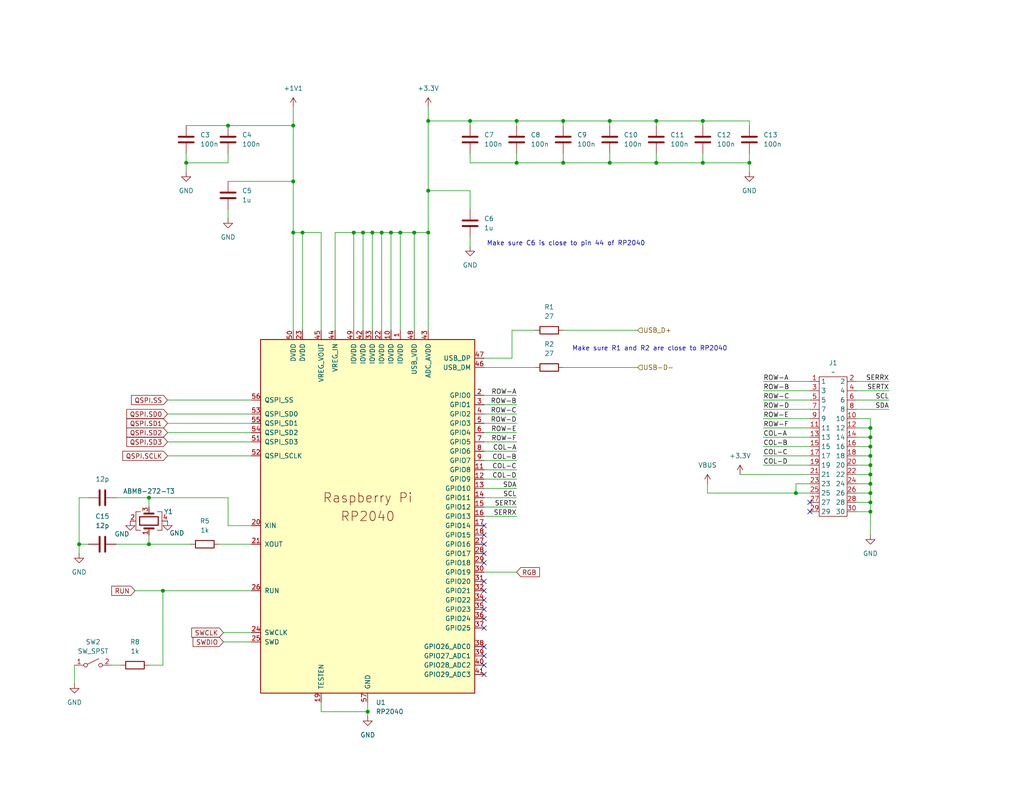
<source format=kicad_sch>
(kicad_sch (version 20231120) (generator "eeschema") (generator_version "8.0")
  (paper "A")
  (title_block (title "Jolt 2 - Left"))
  (lib_symbols
    (symbol "David Brown Keyboard Parts:Hirose_df40c-30ds"
      (property "Reference" "J" (at 0 19.05 0))
      (symbol "Hirose_df40c-30ds_0_1"
        (rectangle (start -3.81 17.78) (end 3.81 -20.32))
      )
      (symbol "Hirose_df40c-30ds_1_0"
        (pin passive line (at 6.35 6.35 180) (length 2.54) (name "10") (number "10"))
        (pin passive line (at -6.35 3.81 0) (length 2.54) (name "11") (number "11"))
        (pin passive line (at 6.35 3.81 180) (length 2.54) (name "12") (number "12"))
        (pin passive line (at -6.35 1.27 0) (length 2.54) (name "13") (number "13"))
        (pin passive line (at 6.35 1.27 180) (length 2.54) (name "14") (number "14"))
        (pin passive line (at -6.35 -1.27 0) (length 2.54) (name "15") (number "15"))
        (pin passive line (at 6.35 -1.27 180) (length 2.54) (name "16") (number "16"))
        (pin passive line (at -6.35 -3.81 0) (length 2.54) (name "17") (number "17"))
        (pin passive line (at 6.35 -3.81 180) (length 2.54) (name "18") (number "18"))
        (pin passive line (at -6.35 -6.35 0) (length 2.54) (name "19") (number "19"))
        (pin passive line (at 6.35 -6.35 180) (length 2.54) (name "20") (number "20"))
        (pin passive line (at -6.35 -8.89 0) (length 2.54) (name "21") (number "21"))
        (pin passive line (at 6.35 -8.89 180) (length 2.54) (name "22") (number "22"))
        (pin passive line (at -6.35 -11.43 0) (length 2.54) (name "23") (number "23"))
        (pin passive line (at 6.35 -11.43 180) (length 2.54) (name "24") (number "24"))
        (pin passive line (at -6.35 -13.97 0) (length 2.54) (name "25") (number "25"))
        (pin passive line (at 6.35 -13.97 180) (length 2.54) (name "26") (number "26"))
        (pin passive line (at -6.35 -16.51 0) (length 2.54) (name "27") (number "27"))
        (pin passive line (at 6.35 -16.51 180) (length 2.54) (name "28") (number "28"))
        (pin passive line (at -6.35 -19.05 0) (length 2.54) (name "29") (number "29"))
        (pin passive line (at -6.35 13.97 0) (length 2.54) (name "3") (number "3"))
        (pin passive line (at 6.35 -19.05 180) (length 2.54) (name "30") (number "30"))
        (pin passive line (at 6.35 13.97 180) (length 2.54) (name "4") (number "4"))
        (pin passive line (at -6.35 11.43 0) (length 2.54) (name "5") (number "5"))
        (pin passive line (at 6.35 11.43 180) (length 2.54) (name "6") (number "6"))
        (pin passive line (at -6.35 8.89 0) (length 2.54) (name "7") (number "7"))
        (pin passive line (at 6.35 8.89 180) (length 2.54) (name "8") (number "8"))
        (pin passive line (at -6.35 6.35 0) (length 2.54) (name "9") (number "9"))
      )
      (symbol "Hirose_df40c-30ds_1_1"
        (pin passive line (at -6.35 16.51 0) (length 2.54) (name "1") (number "1"))
        (pin passive line (at 6.35 16.51 180) (length 2.54) (name "2") (number "2"))
      )
    )
    (symbol "David Brown Keyboard Parts:RP2040" (pin_names (offset 1.016))
      (property "Reference" "U3" (at -27.94 49.53 0))
      (property "Value" "RP2040" (at 24.13 -50.8 0))
      (symbol "RP2040_0_0"
        (text "Raspberry Pi" (at 0 5.08 0) (effects (font (size 2.54 2.54))))
        (text "RP2040" (at 0 0 0) (effects (font (size 2.54 2.54))))
      )
      (symbol "RP2040_0_1"
        (rectangle (start 29.21 48.26) (end -29.21 -48.26) (stroke (width 0.254)) (fill (type background)))
      )
      (symbol "RP2040_1_1"
        (pin power_in line (at 8.89 50.8 270) (length 2.54) (name "IOVDD") (number "1"))
        (pin power_in line (at 6.35 50.8 270) (length 2.54) (name "IOVDD") (number "10"))
        (pin bidirectional line (at 31.75 12.7 180) (length 2.54) (name "GPIO8") (number "11"))
        (pin bidirectional line (at 31.75 10.16 180) (length 2.54) (name "GPIO9") (number "12"))
        (pin bidirectional line (at 31.75 7.62 180) (length 2.54) (name "GPIO10") (number "13"))
        (pin bidirectional line (at 31.75 5.08 180) (length 2.54) (name "GPIO11") (number "14"))
        (pin bidirectional line (at 31.75 2.54 180) (length 2.54) (name "GPIO12") (number "15"))
        (pin bidirectional line (at 31.75 0 180) (length 2.54) (name "GPIO13") (number "16"))
        (pin bidirectional line (at 31.75 -2.54 180) (length 2.54) (name "GPIO14") (number "17"))
        (pin bidirectional line (at 31.75 -5.08 180) (length 2.54) (name "GPIO15") (number "18"))
        (pin passive line (at -12.7 -50.8 90) (length 2.54) (name "TESTEN") (number "19"))
        (pin bidirectional line (at 31.75 33.02 180) (length 2.54) (name "GPIO0") (number "2"))
        (pin input line (at -31.75 -2.54 0) (length 2.54) (name "XIN") (number "20"))
        (pin passive line (at -31.75 -7.62 0) (length 2.54) (name "XOUT") (number "21"))
        (pin power_in line (at 3.81 50.8 270) (length 2.54) (name "IOVDD") (number "22"))
        (pin power_in line (at -17.78 50.8 270) (length 2.54) (name "DVDD") (number "23"))
        (pin input line (at -31.75 -31.75 0) (length 2.54) (name "SWCLK") (number "24"))
        (pin bidirectional line (at -31.75 -34.29 0) (length 2.54) (name "SWD") (number "25"))
        (pin input line (at -31.75 -20.32 0) (length 2.54) (name "RUN") (number "26"))
        (pin bidirectional line (at 31.75 -7.62 180) (length 2.54) (name "GPIO16") (number "27"))
        (pin bidirectional line (at 31.75 -10.16 180) (length 2.54) (name "GPIO17") (number "28"))
        (pin bidirectional line (at 31.75 -12.7 180) (length 2.54) (name "GPIO18") (number "29"))
        (pin bidirectional line (at 31.75 30.48 180) (length 2.54) (name "GPIO1") (number "3"))
        (pin bidirectional line (at 31.75 -15.24 180) (length 2.54) (name "GPIO19") (number "30"))
        (pin bidirectional line (at 31.75 -17.78 180) (length 2.54) (name "GPIO20") (number "31"))
        (pin bidirectional line (at 31.75 -20.32 180) (length 2.54) (name "GPIO21") (number "32"))
        (pin power_in line (at 1.27 50.8 270) (length 2.54) (name "IOVDD") (number "33"))
        (pin bidirectional line (at 31.75 -22.86 180) (length 2.54) (name "GPIO22") (number "34"))
        (pin bidirectional line (at 31.75 -25.4 180) (length 2.54) (name "GPIO23") (number "35"))
        (pin bidirectional line (at 31.75 -27.94 180) (length 2.54) (name "GPIO24") (number "36"))
        (pin bidirectional line (at 31.75 -30.48 180) (length 2.54) (name "GPIO25") (number "37"))
        (pin bidirectional line (at 31.75 -35.56 180) (length 2.54) (name "GPIO26_ADC0") (number "38"))
        (pin bidirectional line (at 31.75 -38.1 180) (length 2.54) (name "GPIO27_ADC1") (number "39"))
        (pin bidirectional line (at 31.75 27.94 180) (length 2.54) (name "GPIO2") (number "4"))
        (pin bidirectional line (at 31.75 -40.64 180) (length 2.54) (name "GPIO28_ADC2") (number "40"))
        (pin bidirectional line (at 31.75 -43.18 180) (length 2.54) (name "GPIO29_ADC3") (number "41"))
        (pin power_in line (at -1.27 50.8 270) (length 2.54) (name "IOVDD") (number "42"))
        (pin power_in line (at 16.51 50.8 270) (length 2.54) (name "ADC_AVDD") (number "43"))
        (pin power_in line (at -8.89 50.8 270) (length 2.54) (name "VREG_IN") (number "44"))
        (pin power_out line (at -12.7 50.8 270) (length 2.54) (name "VREG_VOUT") (number "45"))
        (pin bidirectional line (at 31.75 40.64 180) (length 2.54) (name "USB_DM") (number "46"))
        (pin bidirectional line (at 31.75 43.18 180) (length 2.54) (name "USB_DP") (number "47"))
        (pin power_in line (at 12.7 50.8 270) (length 2.54) (name "USB_VDD") (number "48"))
        (pin power_in line (at -3.81 50.8 270) (length 2.54) (name "IOVDD") (number "49"))
        (pin bidirectional line (at 31.75 25.4 180) (length 2.54) (name "GPIO3") (number "5"))
        (pin power_in line (at -20.32 50.8 270) (length 2.54) (name "DVDD") (number "50"))
        (pin bidirectional line (at -31.75 20.32 0) (length 2.54) (name "QSPI_SD3") (number "51"))
        (pin output line (at -31.75 16.51 0) (length 2.54) (name "QSPI_SCLK") (number "52"))
        (pin bidirectional line (at -31.75 27.94 0) (length 2.54) (name "QSPI_SD0") (number "53"))
        (pin bidirectional line (at -31.75 22.86 0) (length 2.54) (name "QSPI_SD2") (number "54"))
        (pin bidirectional line (at -31.75 25.4 0) (length 2.54) (name "QSPI_SD1") (number "55"))
        (pin bidirectional line (at -31.75 31.75 0) (length 2.54) (name "QSPI_SS") (number "56"))
        (pin power_in line (at 0 -50.8 90) (length 2.54) (name "GND") (number "57"))
        (pin bidirectional line (at 31.75 22.86 180) (length 2.54) (name "GPIO4") (number "6"))
        (pin bidirectional line (at 31.75 20.32 180) (length 2.54) (name "GPIO5") (number "7"))
        (pin bidirectional line (at 31.75 17.78 180) (length 2.54) (name "GPIO6") (number "8"))
        (pin bidirectional line (at 31.75 15.24 180) (length 2.54) (name "GPIO7") (number "9"))
      )
    )
    (symbol "Device:C" (pin_numbers hide) (pin_names (offset 0.254))
      (property "Reference" "C" (at 0.635 2.54 0))
      (property "Value" "C" (at 0.635 -2.54 0))
      (symbol "C_0_1"
        (polyline (pts (xy -2.032 -0.762) (xy 2.032 -0.762)) (stroke (width 0.508)))
        (polyline (pts (xy -2.032 0.762) (xy 2.032 0.762)) (stroke (width 0.508)))
      )
      (symbol "C_1_1"
        (pin passive line (at 0 3.81 270) (length 2.794) (name "~") (number "1"))
        (pin passive line (at 0 -3.81 90) (length 2.794) (name "~") (number "2"))
      )
    )
    (symbol "Device:Crystal_GND24" (pin_names (offset 1.016) hide)
      (property "Reference" "Y" (at 3.175 5.08 0))
      (property "Value" "Crystal_GND24" (at 3.175 3.175 0))
      (symbol "Crystal_GND24_0_1"
        (rectangle (start -1.143 2.54) (end 1.143 -2.54) (stroke (width 0.3048)))
        (polyline (pts (xy -2.54 0) (xy -2.032 0)))
        (polyline (pts (xy -2.032 -1.27) (xy -2.032 1.27)) (stroke (width 0.508)))
        (polyline (pts (xy 0 -3.81) (xy 0 -3.556)))
        (polyline (pts (xy 0 3.556) (xy 0 3.81)))
        (polyline (pts (xy 2.032 -1.27) (xy 2.032 1.27)) (stroke (width 0.508)))
        (polyline (pts (xy 2.032 0) (xy 2.54 0)))
        (polyline (pts (xy -2.54 -2.286) (xy -2.54 -3.556) (xy 2.54 -3.556) (xy 2.54 -2.286)))
        (polyline (pts (xy -2.54 2.286) (xy -2.54 3.556) (xy 2.54 3.556) (xy 2.54 2.286)))
      )
      (symbol "Crystal_GND24_1_1"
        (pin passive line (at -3.81 0 0) (length 1.27) (name "1") (number "1"))
        (pin passive line (at 0 5.08 270) (length 1.27) (name "2") (number "2"))
        (pin passive line (at 3.81 0 180) (length 1.27) (name "3") (number "3"))
        (pin passive line (at 0 -5.08 90) (length 1.27) (name "4") (number "4"))
      )
    )
    (symbol "Device:R" (pin_numbers hide) (pin_names (offset 0))
      (property "Reference" "R" (at 2.032 0 90))
      (property "Value" "R" (at 0 0 90))
      (symbol "R_0_1"
        (rectangle (start -1.016 -2.54) (end 1.016 2.54) (stroke (width 0.254)))
      )
      (symbol "R_1_1"
        (pin passive line (at 0 3.81 270) (length 1.27) (name "~") (number "1"))
        (pin passive line (at 0 -3.81 90) (length 1.27) (name "~") (number "2"))
      )
    )
    (symbol "Switch:SW_SPST" (pin_names (offset 0) hide)
      (property "Reference" "SW" (at 0 3.175 0))
      (property "Value" "SW_SPST" (at 0 -2.54 0))
      (symbol "SW_SPST_0_0"
        (circle (center -2.032 0) (radius 0.508))
        (polyline (pts (xy -1.524 0.254) (xy 1.524 1.778)))
        (circle (center 2.032 0) (radius 0.508))
      )
      (symbol "SW_SPST_1_1"
        (pin passive line (at -5.08 0 0) (length 2.54) (name "A") (number "1"))
        (pin passive line (at 5.08 0 180) (length 2.54) (name "B") (number "2"))
      )
    )
    (symbol "power:+1V1" (power) (pin_numbers hide) (pin_names (offset 0) hide)
      (property "Value" "+1V1" (at 0 3.556 0))
      (symbol "+1V1_0_1"
        (polyline (pts (xy -0.762 1.27) (xy 0 2.54)))
        (polyline (pts (xy 0 0) (xy 0 2.54)))
        (polyline (pts (xy 0 2.54) (xy 0.762 1.27)))
      )
      (symbol "+1V1_1_1"
        (pin power_in line (at 0 0 90) (length 0) (name "~") (number "1"))
      )
    )
    (symbol "power:+3.3V" (power) (pin_numbers hide) (pin_names (offset 0) hide)
      (property "Value" "+3.3V" (at 0 3.556 0))
      (symbol "+3.3V_0_1"
        (polyline (pts (xy -0.762 1.27) (xy 0 2.54)))
        (polyline (pts (xy 0 0) (xy 0 2.54)))
        (polyline (pts (xy 0 2.54) (xy 0.762 1.27)))
      )
      (symbol "+3.3V_1_1"
        (pin power_in line (at 0 0 90) (length 0) (name "~") (number "1"))
      )
    )
    (symbol "power:GND" (power) (pin_numbers hide) (pin_names (offset 0) hide)
      (property "Value" "GND" (at 0 -3.81 0))
      (symbol "GND_0_1"
        (polyline (pts (xy 0 0) (xy 0 -1.27) (xy 1.27 -1.27) (xy 0 -2.54) (xy -1.27 -1.27) (xy 0 -1.27)))
      )
      (symbol "GND_1_1"
        (pin power_in line (at 0 0 270) (length 0) (name "~") (number "1"))
      )
    )
    (symbol "power:VBUS" (power) (pin_numbers hide) (pin_names (offset 0) hide)
      (property "Value" "VBUS" (at 0 3.556 0))
      (symbol "VBUS_0_1"
        (polyline (pts (xy -0.762 1.27) (xy 0 2.54)))
        (polyline (pts (xy 0 0) (xy 0 2.54)))
        (polyline (pts (xy 0 2.54) (xy 0.762 1.27)))
      )
      (symbol "VBUS_1_1"
        (pin power_in line (at 0 0 90) (length 0) (name "~") (number "1"))
      )
    )
  )
  (junction (at 217.17 134.62))
  (junction (at 166.37 44.45))
  (junction (at 237.49 139.7))
  (junction (at 237.49 137.16))
  (junction (at 101.6 63.5))
  (junction (at 237.49 127))
  (junction (at 116.84 63.5))
  (junction (at 237.49 121.92))
  (junction (at 99.06 63.5))
  (junction (at 237.49 132.08))
  (junction (at 204.47 44.45))
  (junction (at 153.67 44.45))
  (junction (at 40.64 148.59))
  (junction (at 179.07 33.02))
  (junction (at 80.01 63.5))
  (junction (at 237.49 129.54))
  (junction (at 109.22 63.5))
  (junction (at 104.14 63.5))
  (junction (at 106.68 63.5))
  (junction (at 237.49 119.38))
  (junction (at 237.49 124.46))
  (junction (at 116.84 33.02))
  (junction (at 21.59 148.59))
  (junction (at 50.8 44.45))
  (junction (at 96.52 63.5))
  (junction (at 100.33 194.31))
  (junction (at 80.01 34.29))
  (junction (at 179.07 44.45))
  (junction (at 191.77 44.45))
  (junction (at 116.84 52.07))
  (junction (at 153.67 33.02))
  (junction (at 237.49 134.62))
  (junction (at 80.01 49.53))
  (junction (at 113.03 63.5))
  (junction (at 40.64 135.89))
  (junction (at 237.49 116.84))
  (junction (at 166.37 33.02))
  (junction (at 44.45 161.29))
  (junction (at 128.27 33.02))
  (junction (at 82.55 63.5))
  (junction (at 140.97 33.02))
  (junction (at 140.97 44.45))
  (junction (at 191.77 33.02))
  (junction (at 62.23 34.29))
  (no_connect (at 132.08 161.29))
  (no_connect (at 132.08 166.37))
  (no_connect (at 132.08 148.59))
  (no_connect (at 132.08 163.83))
  (no_connect (at 132.08 151.13))
  (no_connect (at 132.08 158.75))
  (no_connect (at 132.08 168.91))
  (no_connect (at 132.08 171.45))
  (no_connect (at 132.08 146.05))
  (no_connect (at 132.08 176.53))
  (no_connect (at 132.08 143.51))
  (no_connect (at 132.08 184.15))
  (no_connect (at 220.98 139.7))
  (no_connect (at 132.08 179.07))
  (no_connect (at 220.98 137.16))
  (no_connect (at 132.08 181.61))
  (no_connect (at 132.08 153.67))
  (wire (pts (xy 109.22 63.5) (xy 113.03 63.5)))
  (wire (pts (xy 132.08 128.27) (xy 140.97 128.27)))
  (wire (pts (xy 179.07 44.45) (xy 191.77 44.45)))
  (wire (pts (xy 50.8 44.45) (xy 50.8 46.99)))
  (wire (pts (xy 233.68 139.7) (xy 237.49 139.7)))
  (wire (pts (xy 233.68 119.38) (xy 237.49 119.38)))
  (wire (pts (xy 87.63 191.77) (xy 87.63 194.31)))
  (wire (pts (xy 132.08 100.33) (xy 146.05 100.33)))
  (wire (pts (xy 40.64 135.89) (xy 40.64 138.43)))
  (wire (pts (xy 113.03 90.17) (xy 113.03 63.5)))
  (wire (pts (xy 80.01 49.53) (xy 80.01 63.5)))
  (wire (pts (xy 132.08 120.65) (xy 140.97 120.65)))
  (wire (pts (xy 193.04 134.62) (xy 217.17 134.62)))
  (wire (pts (xy 179.07 33.02) (xy 179.07 34.29)))
  (wire (pts (xy 208.28 114.3) (xy 220.98 114.3)))
  (wire (pts (xy 208.28 124.46) (xy 220.98 124.46)))
  (wire (pts (xy 233.68 132.08) (xy 237.49 132.08)))
  (wire (pts (xy 80.01 29.21) (xy 80.01 34.29)))
  (wire (pts (xy 62.23 143.51) (xy 68.58 143.51)))
  (wire (pts (xy 128.27 44.45) (xy 140.97 44.45)))
  (wire (pts (xy 191.77 44.45) (xy 204.47 44.45)))
  (wire (pts (xy 62.23 44.45) (xy 50.8 44.45)))
  (wire (pts (xy 20.32 181.61) (xy 20.32 186.69)))
  (wire (pts (xy 140.97 41.91) (xy 140.97 44.45)))
  (wire (pts (xy 166.37 41.91) (xy 166.37 44.45)))
  (wire (pts (xy 237.49 124.46) (xy 237.49 127)))
  (wire (pts (xy 132.08 97.79) (xy 139.7 97.79)))
  (wire (pts (xy 113.03 63.5) (xy 116.84 63.5)))
  (wire (pts (xy 99.06 63.5) (xy 99.06 90.17)))
  (wire (pts (xy 132.08 133.35) (xy 140.97 133.35)))
  (wire (pts (xy 204.47 44.45) (xy 204.47 46.99)))
  (wire (pts (xy 128.27 57.15) (xy 128.27 52.07)))
  (wire (pts (xy 217.17 132.08) (xy 217.17 134.62)))
  (wire (pts (xy 132.08 110.49) (xy 140.97 110.49)))
  (wire (pts (xy 116.84 52.07) (xy 116.84 63.5)))
  (wire (pts (xy 45.72 113.03) (xy 68.58 113.03)))
  (wire (pts (xy 237.49 114.3) (xy 237.49 116.84)))
  (wire (pts (xy 153.67 90.17) (xy 173.99 90.17)))
  (wire (pts (xy 101.6 63.5) (xy 101.6 90.17)))
  (wire (pts (xy 153.67 33.02) (xy 153.67 34.29)))
  (wire (pts (xy 233.68 127) (xy 237.49 127)))
  (wire (pts (xy 87.63 90.17) (xy 87.63 63.5)))
  (wire (pts (xy 91.44 90.17) (xy 91.44 63.5)))
  (wire (pts (xy 166.37 44.45) (xy 179.07 44.45)))
  (wire (pts (xy 40.64 135.89) (xy 62.23 135.89)))
  (wire (pts (xy 44.45 161.29) (xy 68.58 161.29)))
  (wire (pts (xy 208.28 111.76) (xy 220.98 111.76)))
  (wire (pts (xy 31.75 148.59) (xy 40.64 148.59)))
  (wire (pts (xy 132.08 123.19) (xy 140.97 123.19)))
  (wire (pts (xy 62.23 57.15) (xy 62.23 59.69)))
  (wire (pts (xy 116.84 33.02) (xy 128.27 33.02)))
  (wire (pts (xy 132.08 138.43) (xy 140.97 138.43)))
  (wire (pts (xy 208.28 104.14) (xy 220.98 104.14)))
  (wire (pts (xy 62.23 135.89) (xy 62.23 143.51)))
  (wire (pts (xy 21.59 148.59) (xy 21.59 135.89)))
  (wire (pts (xy 140.97 33.02) (xy 140.97 34.29)))
  (wire (pts (xy 45.72 120.65) (xy 68.58 120.65)))
  (wire (pts (xy 139.7 97.79) (xy 139.7 90.17)))
  (wire (pts (xy 50.8 41.91) (xy 50.8 44.45)))
  (wire (pts (xy 21.59 151.13) (xy 21.59 148.59)))
  (wire (pts (xy 101.6 63.5) (xy 104.14 63.5)))
  (wire (pts (xy 233.68 109.22) (xy 242.57 109.22)))
  (wire (pts (xy 21.59 148.59) (xy 24.13 148.59)))
  (wire (pts (xy 233.68 129.54) (xy 237.49 129.54)))
  (wire (pts (xy 237.49 119.38) (xy 237.49 121.92)))
  (wire (pts (xy 153.67 100.33) (xy 173.99 100.33)))
  (wire (pts (xy 208.28 127) (xy 220.98 127)))
  (wire (pts (xy 191.77 41.91) (xy 191.77 44.45)))
  (wire (pts (xy 87.63 63.5) (xy 82.55 63.5)))
  (wire (pts (xy 60.96 175.26) (xy 68.58 175.26)))
  (wire (pts (xy 109.22 90.17) (xy 109.22 63.5)))
  (wire (pts (xy 96.52 90.17) (xy 96.52 63.5)))
  (wire (pts (xy 45.72 118.11) (xy 68.58 118.11)))
  (wire (pts (xy 36.83 161.29) (xy 44.45 161.29)))
  (wire (pts (xy 233.68 116.84) (xy 237.49 116.84)))
  (wire (pts (xy 233.68 121.92) (xy 237.49 121.92)))
  (wire (pts (xy 233.68 104.14) (xy 242.57 104.14)))
  (wire (pts (xy 62.23 49.53) (xy 80.01 49.53)))
  (wire (pts (xy 40.64 148.59) (xy 52.07 148.59)))
  (wire (pts (xy 208.28 121.92) (xy 220.98 121.92)))
  (wire (pts (xy 132.08 115.57) (xy 140.97 115.57)))
  (wire (pts (xy 106.68 63.5) (xy 109.22 63.5)))
  (wire (pts (xy 237.49 132.08) (xy 237.49 134.62)))
  (wire (pts (xy 91.44 63.5) (xy 96.52 63.5)))
  (wire (pts (xy 220.98 132.08) (xy 217.17 132.08)))
  (wire (pts (xy 237.49 129.54) (xy 237.49 132.08)))
  (wire (pts (xy 96.52 63.5) (xy 99.06 63.5)))
  (wire (pts (xy 80.01 63.5) (xy 80.01 90.17)))
  (wire (pts (xy 193.04 132.08) (xy 193.04 134.62)))
  (wire (pts (xy 139.7 90.17) (xy 146.05 90.17)))
  (wire (pts (xy 100.33 194.31) (xy 100.33 195.58)))
  (wire (pts (xy 132.08 156.21) (xy 140.97 156.21)))
  (wire (pts (xy 116.84 29.21) (xy 116.84 33.02)))
  (wire (pts (xy 153.67 44.45) (xy 166.37 44.45)))
  (wire (pts (xy 50.8 34.29) (xy 62.23 34.29)))
  (wire (pts (xy 153.67 41.91) (xy 153.67 44.45)))
  (wire (pts (xy 153.67 33.02) (xy 166.37 33.02)))
  (wire (pts (xy 128.27 64.77) (xy 128.27 67.31)))
  (wire (pts (xy 237.49 137.16) (xy 237.49 139.7)))
  (wire (pts (xy 45.72 115.57) (xy 68.58 115.57)))
  (wire (pts (xy 208.28 109.22) (xy 220.98 109.22)))
  (wire (pts (xy 31.75 135.89) (xy 40.64 135.89)))
  (wire (pts (xy 59.69 148.59) (xy 68.58 148.59)))
  (wire (pts (xy 208.28 116.84) (xy 220.98 116.84)))
  (wire (pts (xy 60.96 172.72) (xy 68.58 172.72)))
  (wire (pts (xy 106.68 63.5) (xy 106.68 90.17)))
  (wire (pts (xy 128.27 52.07) (xy 116.84 52.07)))
  (wire (pts (xy 128.27 33.02) (xy 140.97 33.02)))
  (wire (pts (xy 44.45 181.61) (xy 44.45 161.29)))
  (wire (pts (xy 104.14 63.5) (xy 106.68 63.5)))
  (wire (pts (xy 237.49 134.62) (xy 237.49 137.16)))
  (wire (pts (xy 204.47 33.02) (xy 204.47 34.29)))
  (wire (pts (xy 132.08 118.11) (xy 140.97 118.11)))
  (wire (pts (xy 217.17 134.62) (xy 220.98 134.62)))
  (wire (pts (xy 132.08 125.73) (xy 140.97 125.73)))
  (wire (pts (xy 82.55 63.5) (xy 80.01 63.5)))
  (wire (pts (xy 82.55 90.17) (xy 82.55 63.5)))
  (wire (pts (xy 233.68 111.76) (xy 242.57 111.76)))
  (wire (pts (xy 132.08 107.95) (xy 140.97 107.95)))
  (wire (pts (xy 191.77 33.02) (xy 191.77 34.29)))
  (wire (pts (xy 237.49 139.7) (xy 237.49 146.05)))
  (wire (pts (xy 191.77 33.02) (xy 204.47 33.02)))
  (wire (pts (xy 116.84 33.02) (xy 116.84 52.07)))
  (wire (pts (xy 233.68 114.3) (xy 237.49 114.3)))
  (wire (pts (xy 80.01 34.29) (xy 80.01 49.53)))
  (wire (pts (xy 132.08 130.81) (xy 140.97 130.81)))
  (wire (pts (xy 30.48 181.61) (xy 33.02 181.61)))
  (wire (pts (xy 237.49 116.84) (xy 237.49 119.38)))
  (wire (pts (xy 140.97 33.02) (xy 153.67 33.02)))
  (wire (pts (xy 99.06 63.5) (xy 101.6 63.5)))
  (wire (pts (xy 45.72 109.22) (xy 68.58 109.22)))
  (wire (pts (xy 179.07 41.91) (xy 179.07 44.45)))
  (wire (pts (xy 208.28 106.68) (xy 220.98 106.68)))
  (wire (pts (xy 208.28 119.38) (xy 220.98 119.38)))
  (wire (pts (xy 62.23 41.91) (xy 62.23 44.45)))
  (wire (pts (xy 204.47 41.91) (xy 204.47 44.45)))
  (wire (pts (xy 179.07 33.02) (xy 191.77 33.02)))
  (wire (pts (xy 104.14 63.5) (xy 104.14 90.17)))
  (wire (pts (xy 201.93 129.54) (xy 220.98 129.54)))
  (wire (pts (xy 116.84 63.5) (xy 116.84 90.17)))
  (wire (pts (xy 128.27 33.02) (xy 128.27 34.29)))
  (wire (pts (xy 100.33 191.77) (xy 100.33 194.31)))
  (wire (pts (xy 21.59 135.89) (xy 24.13 135.89)))
  (wire (pts (xy 80.01 34.29) (xy 62.23 34.29)))
  (wire (pts (xy 45.72 124.46) (xy 68.58 124.46)))
  (wire (pts (xy 40.64 146.05) (xy 40.64 148.59)))
  (wire (pts (xy 132.08 140.97) (xy 140.97 140.97)))
  (wire (pts (xy 237.49 127) (xy 237.49 129.54)))
  (wire (pts (xy 132.08 135.89) (xy 140.97 135.89)))
  (wire (pts (xy 87.63 194.31) (xy 100.33 194.31)))
  (wire (pts (xy 40.64 181.61) (xy 44.45 181.61)))
  (wire (pts (xy 237.49 121.92) (xy 237.49 124.46)))
  (wire (pts (xy 166.37 33.02) (xy 179.07 33.02)))
  (wire (pts (xy 233.68 137.16) (xy 237.49 137.16)))
  (wire (pts (xy 233.68 106.68) (xy 242.57 106.68)))
  (wire (pts (xy 233.68 134.62) (xy 237.49 134.62)))
  (wire (pts (xy 140.97 44.45) (xy 153.67 44.45)))
  (wire (pts (xy 128.27 41.91) (xy 128.27 44.45)))
  (wire (pts (xy 233.68 124.46) (xy 237.49 124.46)))
  (wire (pts (xy 166.37 33.02) (xy 166.37 34.29)))
  (wire (pts (xy 132.08 113.03) (xy 140.97 113.03)))
  (text "Make sure R1 and R2 are close to RP2040" (at 177.292 95.25 0) (effects (font (size 1.27 1.27))))
  (text "Make sure C6 is close to pin 44 of RP2040" (at 154.432 66.548 0) (effects (font (size 1.27 1.27))))
  (label "COL-B" (at 208.28 121.92 0))
  (label "ROW-C" (at 140.97 113.03 180))
  (label "COL-B" (at 140.97 125.73 180))
  (label "ROW-D" (at 208.28 111.76 0))
  (label "SCL" (at 140.97 135.89 180))
  (label "SDA" (at 242.57 111.76 180))
  (label "ROW-E" (at 140.97 118.11 180))
  (label "SERTX" (at 242.57 106.68 180))
  (label "SERTX" (at 140.97 138.43 180))
  (label "COL-C" (at 208.28 124.46 0))
  (label "COL-A" (at 140.97 123.19 180))
  (label "ROW-C" (at 208.28 109.22 0))
  (label "COL-D" (at 140.97 130.81 180))
  (label "SDA" (at 140.97 133.35 180))
  (label "ROW-B" (at 140.97 110.49 180))
  (label "ROW-B" (at 208.28 106.68 0))
  (label "ROW-A" (at 140.97 107.95 180))
  (label "COL-D" (at 208.28 127 0))
  (label "ROW-D" (at 140.97 115.57 180))
  (label "COL-C" (at 140.97 128.27 180))
  (label "ROW-E" (at 208.28 114.3 0))
  (label "ROW-A" (at 208.28 104.14 0))
  (label "SERRX" (at 242.57 104.14 180))
  (label "SERRX" (at 140.97 140.97 180))
  (label "COL-A" (at 208.28 119.38 0))
  (label "SCL" (at 242.57 109.22 180))
  (label "ROW-F" (at 140.97 120.65 180))
  (label "ROW-F" (at 208.28 116.84 0))
  (global_label "QSPI.SD0" (shape input) (at 45.72 113.03 180) (property "Intersheetrefs" "${INTERSHEET_REFS}" (effects (hide yes))))
  (global_label "QSPI.SD3" (shape input) (at 45.72 120.65 180) (property "Intersheetrefs" "${INTERSHEET_REFS}" (effects (hide yes))))
  (global_label "SWDIO" (shape input) (at 60.96 175.26 180) (property "Intersheetrefs" "${INTERSHEET_REFS}" (effects (hide yes))))
  (global_label "QSPI.SS" (shape input) (at 45.72 109.22 180) (property "Intersheetrefs" "${INTERSHEET_REFS}" (effects (hide yes))))
  (global_label "RGB" (shape input) (at 140.97 156.21 0) (property "Intersheetrefs" "${INTERSHEET_REFS}" (effects (hide yes))))
  (global_label "SWCLK" (shape input) (at 60.96 172.72 180) (property "Intersheetrefs" "${INTERSHEET_REFS}" (effects (hide yes))))
  (global_label "QSPI.SD2" (shape input) (at 45.72 118.11 180) (property "Intersheetrefs" "${INTERSHEET_REFS}" (effects (hide yes))))
  (global_label "QSPI.SD1" (shape input) (at 45.72 115.57 180) (property "Intersheetrefs" "${INTERSHEET_REFS}" (effects (hide yes))))
  (global_label "QSPI.SCLK" (shape input) (at 45.72 124.46 180) (property "Intersheetrefs" "${INTERSHEET_REFS}" (effects (hide yes))))
  (global_label "RUN" (shape input) (at 36.83 161.29 180) (property "Intersheetrefs" "${INTERSHEET_REFS}" (effects (hide yes))))
  (hierarchical_label "USB-D-" (shape input) (at 173.99 100.33 0))
  (hierarchical_label "USB_D+" (shape input) (at 173.99 90.17 0))
  (symbol (lib_id "Device:C") (at 153.67 38.1 0) (unit 1)
    (property "Reference" "C9" (at 157.48 36.8299 0) (effects (justify left)))
    (property "Value" "100n" (at 157.48 39.3699 0) (effects (justify left)))
    (property "Footprint" "Capacitor_SMD:C_0402_1005Metric" (effects (hide yes)))
    (property "Description" "Unpolarized capacitor" (effects (hide yes)))
  )
  (symbol (lib_id "power:GND") (at 20.32 186.69 0) (unit 1)
    (property "Reference" "#PWR022" (effects (hide yes)))
    (property "Value" "GND" (at 20.32 191.77 0))
    (property "Description" "Power symbol creates a global label with name \"GND\" , ground" (effects (hide yes)))
  )
  (symbol (lib_id "power:+3.3V") (at 201.93 129.54 0) (unit 1)
    (property "Reference" "#PWR027" (effects (hide yes)))
    (property "Value" "+3.3V" (at 201.93 124.46 0))
    (property "Description" "Power symbol creates a global label with name \"+3.3V\"" (effects (hide yes)))
  )
  (symbol (lib_id "Device:C") (at 62.23 38.1 0) (unit 1)
    (property "Reference" "C4" (at 66.04 36.8299 0) (effects (justify left)))
    (property "Value" "100n" (at 66.04 39.3699 0) (effects (justify left)))
    (property "Footprint" "Capacitor_SMD:C_0402_1005Metric" (effects (hide yes)))
    (property "Description" "Unpolarized capacitor" (effects (hide yes)))
  )
  (symbol (lib_id "Device:C") (at 62.23 53.34 0) (unit 1)
    (property "Reference" "C5" (at 66.04 52.0699 0) (effects (justify left)))
    (property "Value" "1u" (at 66.04 54.6099 0) (effects (justify left)))
    (property "Footprint" "Capacitor_SMD:C_0402_1005Metric" (effects (hide yes)))
    (property "Description" "Unpolarized capacitor" (effects (hide yes)))
  )
  (symbol (lib_id "Device:C") (at 128.27 38.1 0) (unit 1)
    (property "Reference" "C7" (at 132.08 36.8299 0) (effects (justify left)))
    (property "Value" "100n" (at 132.08 39.3699 0) (effects (justify left)))
    (property "Footprint" "Capacitor_SMD:C_0402_1005Metric" (effects (hide yes)))
    (property "Description" "Unpolarized capacitor" (effects (hide yes)))
  )
  (symbol (lib_id "Switch:SW_SPST") (at 25.4 181.61 0) (unit 1)
    (property "Reference" "SW2" (at 25.4 175.26 0))
    (property "Value" "SW_SPST" (at 25.4 177.8 0))
    (property "Footprint" "Button_Switch_SMD:SW_Push_1P1T_NO_CK_KMR2" (effects (hide yes)))
    (property "Description" "Single Pole Single Throw (SPST) switch" (effects (hide yes)))
  )
  (symbol (lib_id "Device:C") (at 50.8 38.1 0) (unit 1)
    (property "Reference" "C3" (at 54.61 36.8299 0) (effects (justify left)))
    (property "Value" "100n" (at 54.61 39.3699 0) (effects (justify left)))
    (property "Footprint" "Capacitor_SMD:C_0402_1005Metric" (effects (hide yes)))
    (property "Description" "Unpolarized capacitor" (effects (hide yes)))
  )
  (symbol (lib_id "power:GND") (at 100.33 195.58 0) (unit 1)
    (property "Reference" "#PWR021" (effects (hide yes)))
    (property "Value" "GND" (at 100.33 200.66 0))
    (property "Description" "Power symbol creates a global label with name \"GND\" , ground" (effects (hide yes)))
  )
  (symbol (lib_id "David Brown Keyboard Parts:RP2040") (at 100.33 140.97 0) (unit 1)
    (property "Reference" "U1" (at 102.5241 191.77 0) (effects (justify left)))
    (property "Value" "RP2040" (at 102.5241 194.31 0) (effects (justify left)))
    (property "Footprint" "davidb-keyboard-foot:RP2040-QFN-56" (effects (hide yes)))
  )
  (symbol (lib_id "Device:R") (at 149.86 100.33 90) (unit 1)
    (property "Reference" "R2" (at 149.86 93.98 90))
    (property "Value" "27" (at 149.86 96.52 90))
    (property "Footprint" "Resistor_SMD:R_0402_1005Metric" (effects (hide yes)))
    (property "Description" "Resistor" (effects (hide yes)))
  )
  (symbol (lib_id "Device:C") (at 179.07 38.1 0) (unit 1)
    (property "Reference" "C11" (at 182.88 36.8299 0) (effects (justify left)))
    (property "Value" "100n" (at 182.88 39.3699 0) (effects (justify left)))
    (property "Footprint" "Capacitor_SMD:C_0402_1005Metric" (effects (hide yes)))
    (property "Description" "Unpolarized capacitor" (effects (hide yes)))
  )
  (symbol (lib_id "Device:C") (at 27.94 135.89 90) (unit 1)
    (property "Reference" "C14" (effects (hide yes)))
    (property "Value" "12p" (at 27.94 130.81 90))
    (property "Footprint" "Capacitor_SMD:C_0402_1005Metric" (effects (hide yes)))
    (property "Description" "Unpolarized capacitor" (effects (hide yes)))
  )
  (symbol (lib_id "power:GND") (at 21.59 151.13 0) (unit 1)
    (property "Reference" "#PWR013" (effects (hide yes)))
    (property "Value" "GND" (at 21.59 156.21 0))
    (property "Description" "Power symbol creates a global label with name \"GND\" , ground" (effects (hide yes)))
  )
  (symbol (lib_id "Device:C") (at 128.27 60.96 0) (unit 1)
    (property "Reference" "C6" (at 132.08 59.6899 0) (effects (justify left)))
    (property "Value" "1u" (at 132.08 62.2299 0) (effects (justify left)))
    (property "Footprint" "Capacitor_SMD:C_0402_1005Metric" (effects (hide yes)))
    (property "Description" "Unpolarized capacitor" (effects (hide yes)))
  )
  (symbol (lib_id "power:GND") (at 50.8 46.99 0) (unit 1)
    (property "Reference" "#PWR09" (effects (hide yes)))
    (property "Value" "GND" (at 50.8 52.07 0))
    (property "Description" "Power symbol creates a global label with name \"GND\" , ground" (effects (hide yes)))
  )
  (symbol (lib_id "Device:C") (at 204.47 38.1 0) (unit 1)
    (property "Reference" "C13" (at 208.28 36.8299 0) (effects (justify left)))
    (property "Value" "100n" (at 208.28 39.3699 0) (effects (justify left)))
    (property "Footprint" "Capacitor_SMD:C_0402_1005Metric" (effects (hide yes)))
    (property "Description" "Unpolarized capacitor" (effects (hide yes)))
  )
  (symbol (lib_id "Device:C") (at 166.37 38.1 0) (unit 1)
    (property "Reference" "C10" (at 170.18 36.8299 0) (effects (justify left)))
    (property "Value" "100n" (at 170.18 39.3699 0) (effects (justify left)))
    (property "Footprint" "Capacitor_SMD:C_0402_1005Metric" (effects (hide yes)))
    (property "Description" "Unpolarized capacitor" (effects (hide yes)))
  )
  (symbol (lib_id "Device:R") (at 55.88 148.59 90) (unit 1)
    (property "Reference" "R5" (at 55.88 142.24 90))
    (property "Value" "1k" (at 55.88 144.78 90))
    (property "Footprint" "Resistor_SMD:R_0402_1005Metric" (effects (hide yes)))
    (property "Description" "Resistor" (effects (hide yes)))
  )
  (symbol (lib_id "Device:R") (at 149.86 90.17 90) (unit 1)
    (property "Reference" "R1" (at 149.86 83.82 90))
    (property "Value" "27" (at 149.86 86.36 90))
    (property "Footprint" "Resistor_SMD:R_0402_1005Metric" (effects (hide yes)))
    (property "Description" "Resistor" (effects (hide yes)))
  )
  (symbol (lib_id "power:GND") (at 35.56 142.24 0) (unit 1)
    (property "Reference" "#PWR014" (effects (hide yes)))
    (property "Value" "GND" (at 33.274 145.796 0))
    (property "Description" "Power symbol creates a global label with name \"GND\" , ground" (effects (hide yes)))
  )
  (symbol (lib_id "Device:C") (at 140.97 38.1 0) (unit 1)
    (property "Reference" "C8" (at 144.78 36.8299 0) (effects (justify left)))
    (property "Value" "100n" (at 144.78 39.3699 0) (effects (justify left)))
    (property "Footprint" "Capacitor_SMD:C_0402_1005Metric" (effects (hide yes)))
    (property "Description" "Unpolarized capacitor" (effects (hide yes)))
  )
  (symbol (lib_id "power:GND") (at 204.47 46.99 0) (unit 1)
    (property "Reference" "#PWR07" (effects (hide yes)))
    (property "Value" "GND" (at 204.47 52.07 0))
    (property "Description" "Power symbol creates a global label with name \"GND\" , ground" (effects (hide yes)))
  )
  (symbol (lib_id "power:GND") (at 237.49 146.05 0) (unit 1)
    (property "Reference" "#PWR029" (effects (hide yes)))
    (property "Value" "GND" (at 237.49 151.13 0))
    (property "Description" "Power symbol creates a global label with name \"GND\" , ground" (effects (hide yes)))
  )
  (symbol (lib_id "power:GND") (at 62.23 59.69 0) (unit 1)
    (property "Reference" "#PWR010" (effects (hide yes)))
    (property "Value" "GND" (at 62.23 64.77 0))
    (property "Description" "Power symbol creates a global label with name \"GND\" , ground" (effects (hide yes)))
  )
  (symbol (lib_id "Device:R") (at 36.83 181.61 270) (unit 1)
    (property "Reference" "R8" (at 36.83 175.26 90))
    (property "Value" "1k" (at 36.83 177.8 90))
    (property "Footprint" "Resistor_SMD:R_0402_1005Metric" (effects (hide yes)))
    (property "Description" "Resistor" (effects (hide yes)))
  )
  (symbol (lib_id "power:GND") (at 45.72 142.24 0) (unit 1)
    (property "Reference" "#PWR015" (effects (hide yes)))
    (property "Value" "GND" (at 48.26 145.542 0))
    (property "Description" "Power symbol creates a global label with name \"GND\" , ground" (effects (hide yes)))
  )
  (symbol (lib_id "Device:C") (at 191.77 38.1 0) (unit 1)
    (property "Reference" "C12" (at 195.58 36.8299 0) (effects (justify left)))
    (property "Value" "100n" (at 195.58 39.3699 0) (effects (justify left)))
    (property "Footprint" "Capacitor_SMD:C_0402_1005Metric" (effects (hide yes)))
    (property "Description" "Unpolarized capacitor" (effects (hide yes)))
  )
  (symbol (lib_id "power:+3.3V") (at 116.84 29.21 0) (unit 1)
    (property "Reference" "#PWR012" (effects (hide yes)))
    (property "Value" "+3.3V" (at 116.84 24.13 0))
    (property "Description" "Power symbol creates a global label with name \"+3.3V\"" (effects (hide yes)))
  )
  (symbol (lib_id "power:GND") (at 128.27 67.31 0) (unit 1)
    (property "Reference" "#PWR08" (effects (hide yes)))
    (property "Value" "GND" (at 128.27 72.39 0))
    (property "Description" "Power symbol creates a global label with name \"GND\" , ground" (effects (hide yes)))
  )
  (symbol (lib_id "power:+1V1") (at 80.01 29.21 0) (unit 1)
    (property "Reference" "#PWR011" (effects (hide yes)))
    (property "Value" "+1V1" (at 80.01 24.13 0))
    (property "Description" "Power symbol creates a global label with name \"+1V1\"" (effects (hide yes)))
  )
  (symbol (lib_id "Device:Crystal_GND24") (at 40.64 142.24 90) (unit 1)
    (property "Reference" "Y1" (at 45.974 139.7 90))
    (property "Value" "ABM8-272-T3" (at 40.64 134.112 90))
    (property "Footprint" "Crystal:Crystal_SMD_Abracon_ABM8G-4Pin_3.2x2.5mm" (effects (hide yes)))
    (property "Description" "Four pin crystal, GND on pins 2 and 4" (effects (hide yes)))
  )
  (symbol (lib_id "Device:C") (at 27.94 148.59 90) (unit 1)
    (property "Reference" "C15" (at 27.94 140.97 90))
    (property "Value" "12p" (at 27.94 143.51 90))
    (property "Footprint" "Capacitor_SMD:C_0402_1005Metric" (effects (hide yes)))
    (property "Description" "Unpolarized capacitor" (effects (hide yes)))
  )
  (symbol (lib_id "power:VBUS") (at 193.04 132.08 0) (unit 1)
    (property "Reference" "#PWR028" (effects (hide yes)))
    (property "Value" "VBUS" (at 193.04 127 0))
    (property "Description" "Power symbol creates a global label with name \"VBUS\"" (effects (hide yes)))
  )
  (symbol (lib_id "David Brown Keyboard Parts:Hirose_df40c-30ds") (at 227.33 120.65 0) (unit 1)
    (property "Reference" "J1" (at 227.33 99.06 0))
    (property "Value" "~" (at 227.33 101.6 0))
    (property "Footprint" "davidb-keyboard-foot:df40c-30DS-0_4v" (effects (hide yes)))
  )
)
</source>
